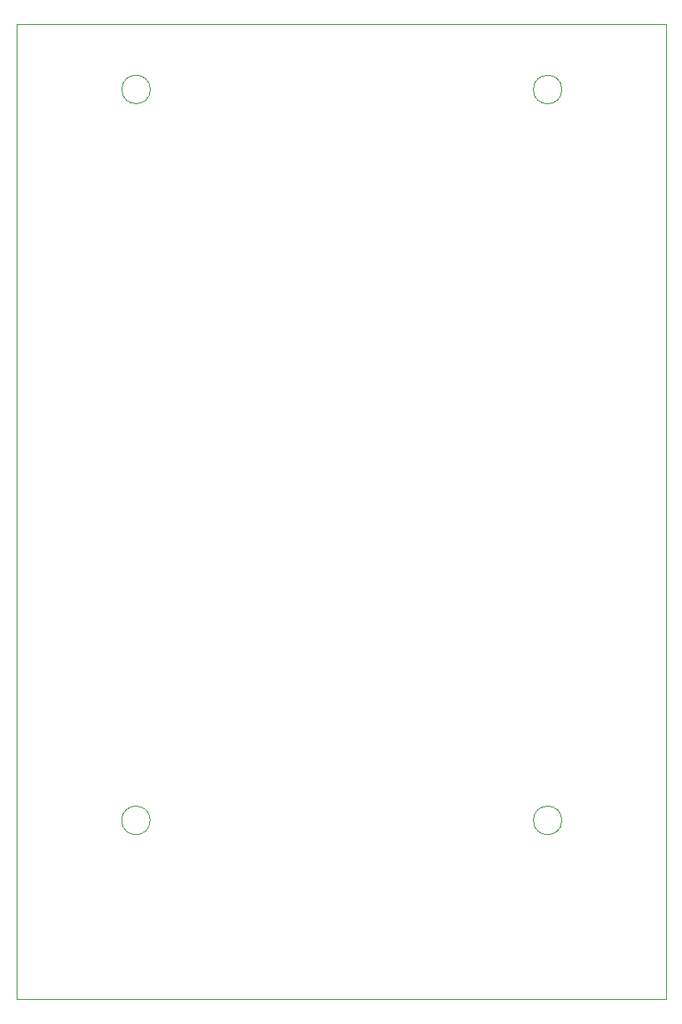
<source format=gm1>
%TF.GenerationSoftware,KiCad,Pcbnew,8.0.4*%
%TF.CreationDate,2024-12-14T22:45:00+01:00*%
%TF.ProjectId,SpicyLightFX3,53706963-794c-4696-9768-744658332e6b,rev?*%
%TF.SameCoordinates,Original*%
%TF.FileFunction,Profile,NP*%
%FSLAX46Y46*%
G04 Gerber Fmt 4.6, Leading zero omitted, Abs format (unit mm)*
G04 Created by KiCad (PCBNEW 8.0.4) date 2024-12-14 22:45:00*
%MOMM*%
%LPD*%
G01*
G04 APERTURE LIST*
%TA.AperFunction,Profile*%
%ADD10C,0.050000*%
%TD*%
G04 APERTURE END LIST*
D10*
X58420000Y-30480000D02*
X124460000Y-30480000D01*
X124460000Y-129540000D01*
X58420000Y-129540000D01*
X58420000Y-30480000D01*
X113870400Y-111353600D02*
G75*
G02*
X110970400Y-111353600I-1450000J0D01*
G01*
X110970400Y-111353600D02*
G75*
G02*
X113870400Y-111353600I1450000J0D01*
G01*
X113870400Y-37084000D02*
G75*
G02*
X110970400Y-37084000I-1450000J0D01*
G01*
X110970400Y-37084000D02*
G75*
G02*
X113870400Y-37084000I1450000J0D01*
G01*
X72025000Y-37075000D02*
G75*
G02*
X69125000Y-37075000I-1450000J0D01*
G01*
X69125000Y-37075000D02*
G75*
G02*
X72025000Y-37075000I1450000J0D01*
G01*
X72011200Y-111353600D02*
G75*
G02*
X69111200Y-111353600I-1450000J0D01*
G01*
X69111200Y-111353600D02*
G75*
G02*
X72011200Y-111353600I1450000J0D01*
G01*
M02*

</source>
